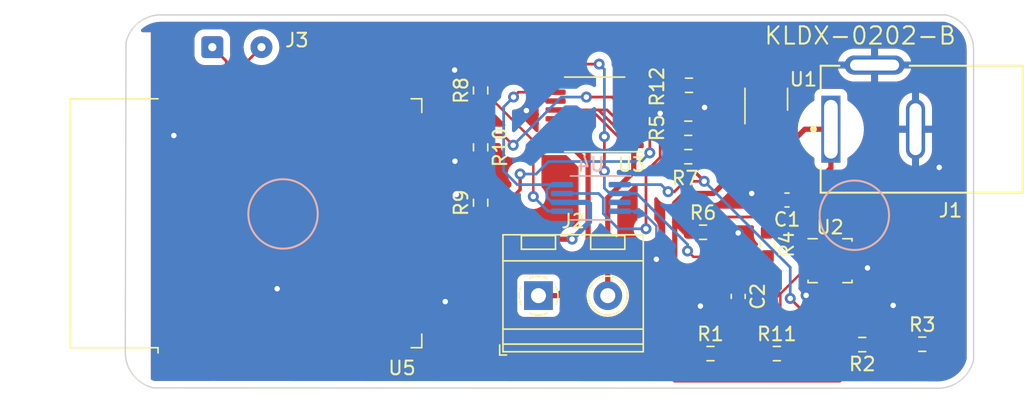
<source format=kicad_pcb>
(kicad_pcb (version 20211014) (generator pcbnew)
  (title_block (title "\"Add On\" Sensor / Communication Board") (date "2022-03-18") (rev "v02") (comment 1 "Team 23") (comment 2 "Motor Health and Analytics") (comment 3 "ECE 2022 Senior Design Project") (comment 4 "Author: Sam DuBois"))
  (layers (0 "F.Cu" signal) (31 "B.Cu" signal) (34 "B.Paste" user) (35 "F.Paste" user) (36 "B.SilkS" user "B.Silkscreen") (37 "F.SilkS" user "F.Silkscreen") (38 "B.Mask" user) (39 "F.Mask" user) (44 "Edge.Cuts" user))
  (net 0 "")
  (net 1 "Net-(C1-Pad1)")
  (net 2 "GND")
  (net 3 "+3V3")
  (net 4 "Net-(J2-Pad1)")
  (net 5 "Net-(J2-Pad2)")
  (net 6 "Net-(J3-Pad1)")
  (net 7 "Net-(J3-Pad2)")
  (net 8 "/SCL")
  (net 9 "/SDA")
  (net 10 "Net-(R3-Pad1)")
  (net 11 "Net-(R5-Pad1)")
  (net 12 "Net-(R8-Pad1)")
  (net 13 "Net-(R9-Pad1)")
  (net 14 "Net-(R10-Pad1)")
  (footprint "Resistor_SMD:R_0603_1608Metric_Pad0.98x0.95mm_HandSolder" (layer "F.Cu") (at 174.9298 110.236)
    (fp_text reference "R3" (at 0 -1.43) (layer "F.SilkS"))
    (fp_text value "10k")
    (fp_line (start -0.254724 0.5225) (end 0.254724 0.5225) (layer "F.SilkS") (width 0.12))
    (fp_line (start -0.254724 -0.5225) (end 0.254724 -0.5225) (layer "F.SilkS") (width 0.12))
    (pad "1" smd roundrect (at -0.9125 0) (size 0.975 0.95) (layers "F.Cu" "F.Paste" "F.Mask") (net 10 "Net-(R3-Pad1)"))
    (pad "2" smd roundrect (at 0.9125 0) (size 0.975 0.95) (layers "F.Cu" "F.Paste" "F.Mask") (net 2 "GND"))
  )
  (footprint "Resistor_SMD:R_0603_1608Metric_Pad0.98x0.95mm_HandSolder" (layer "F.Cu") (at 157.8375 91.2622 180)
    (fp_text reference "R12" (at 2.3387 -0.1016 270) (layer "F.SilkS"))
    (fp_text value "10k")
    (fp_line (start -0.254724 -0.5225) (end 0.254724 -0.5225) (layer "F.SilkS") (width 0.12))
    (fp_line (start -0.254724 0.5225) (end 0.254724 0.5225) (layer "F.SilkS") (width 0.12))
    (pad "1" smd roundrect (at -0.9125 0 180) (size 0.975 0.95) (layers "F.Cu" "F.Paste" "F.Mask") (net 3 "+3V3"))
    (pad "2" smd roundrect (at 0.9125 0 180) (size 0.975 0.95) (layers "F.Cu" "F.Paste" "F.Mask") (net 9 "/SDA"))
  )
  (footprint "TerminalBlock_RND:TerminalBlock_RND_205-00232_1x02_P5.08mm_Horizontal" (layer "F.Cu") (at 146.807 106.6772)
    (fp_text reference "J2" (at 2.54 -5.46) (layer "F.SilkS"))
    (fp_text value "Screw_Terminal_01x02")
    (fp_line (start -1.25 -4.4) (end 1.25 -4.4) (layer "F.SilkS") (width 0.12))
    (fp_line (start -2.6 2.45) (end 7.68 2.45) (layer "F.SilkS") (width 0.12))
    (fp_line (start 3.83 -4.4) (end 6.33 -4.4) (layer "F.SilkS") (width 0.12))
    (fp_line (start -2.6 -4.46) (end -2.6 4.11) (layer "F.SilkS") (width 0.12))
    (fp_line (start -1.25 -3.4) (end 1.25 -3.4) (layer "F.SilkS") (width 0.12))
    (fp_line (start 1.25 -4.4) (end 1.25 -3.4) (layer "F.SilkS") (width 0.12))
    (fp_line (start -2.6 -2.55) (end 7.68 -2.55) (layer "F.SilkS") (width 0.12))
    (fp_line (start -2.84 4.35) (end -2.34 4.35) (layer "F.SilkS") (width 0.12))
    (fp_line (start 4.21 1.045) (end 4.17 1.085) (layer "F.SilkS") (width 0.12))
    (fp_line (start -1.25 -4.4) (end -1.25 -3.4) (layer "F.SilkS") (width 0.12))
    (fp_line (start 5.991 -1.085) (end 5.951 -1.045) (layer "F.SilkS") (width 0.12))
    (fp_line (start -2.6 -4.46) (end 7.68 -4.46) (layer "F.SilkS") (width 0.12))
    (fp_line (start 7.68 -4.46) (end 7.68 4.11) (layer "F.SilkS") (width 0.12))
    (fp_line (start -2.6 3.55) (end 7.68 3.55) (layer "F.SilkS") (width 0.12))
    (fp_line (start 6.33 -4.4) (end 6.33 -3.4) (layer "F.SilkS") (width 0.12))
    (fp_line (start 4.056 0.85) (end 3.996 0.91) (layer "F.SilkS") (width 0.12))
    (fp_line (start -2.6 4.11) (end 7.68 4.11) (layer "F.SilkS") (width 0.12))
    (fp_line (start -2.84 3.61) (end -2.84 4.35) (layer "F.SilkS") (width 0.12))
    (fp_line (start 3.83 -4.4) (end 3.83 -3.4) (layer "F.SilkS") (width 0.12))
    (fp_line (start 3.83 -3.4) (end 6.33 -3.4) (layer "F.SilkS") (width 0.12))
    (fp_line (start 6.165 -0.91) (end 6.105 -0.851) (layer "F.SilkS") (width 0.12))
    (fp_arc (start 1.285823 -0.627362) (mid 1.430707 -0.000201) (end 1.286 0.627) (layer "F.SilkS") (width 0.12))
    (fp_arc (start 0.02428 1.43094) (mid -0.310437 1.397071) (end -0.628 1.286) (layer "F.SilkS") (width 0.12))
    (fp_arc (start -1.286611 0.626746) (mid -1.431146 -0.000698) (end -1.286 -0.628) (layer "F.SilkS") (width 0.12))
    (fp_arc (start -0.627362 -1.285823) (mid -0.000201 -1.430707) (end 0.627 -1.286) (layer "F.SilkS") (width 0.12))
    (fp_arc (start 0.626871 1.285275) (mid 0.32168 1.393349) (end 0 1.43) (layer "F.SilkS") (width 0.12))
    (fp_circle (center 5.08 0) (end 6.51 0) (layer "F.SilkS") (width 0.12) (fill none))
    (pad "1" thru_hole rect (at 0 0) (size 2.1 2.1) (drill 1.1) (layers *.Cu *.Mask) (net 4 "Net-(J2-Pad1)"))
    (pad "2" thru_hole circle (at 5.08 0) (size 2.1 2.1) (drill 1.1) (layers *.Cu *.Mask) (net 5 "Net-(J2-Pad2)"))
  )
  (footprint "Resistor_SMD:R_0603_1608Metric_Pad0.98x0.95mm_HandSolder" (layer "F.Cu") (at 158.8664 102.0318)
    (fp_text reference "R6" (at 0 -1.43) (layer "F.SilkS"))
    (fp_text value "10k")
    (fp_line (start -0.254724 0.5225) (end 0.254724 0.5225) (layer "F.SilkS") (width 0.12))
    (fp_line (start -0.254724 -0.5225) (end 0.254724 -0.5225) (layer "F.SilkS") (width 0.12))
    (pad "1" smd roundrect (at -0.9125 0) (size 0.975 0.95) (layers "F.Cu" "F.Paste" "F.Mask") (net 3 "+3V3"))
    (pad "2" smd roundrect (at 0.9125 0) (size 0.975 0.95) (layers "F.Cu" "F.Paste" "F.Mask") (net 2 "GND"))
  )
  (footprint "eec:Kycon-KLDX-0202-B-MFG" (layer "F.Cu") (at 174.8863 94.482 180)
    (fp_text reference "J1" (at -3.0661 -5.9496) (layer "F.SilkS") (effects (justify right)))
    (fp_text value "KLDX-0202-B" (at 4.5031 6.852) (layer "F.SilkS") (effects (font (size 1.27 1.27))))
    (fp_line (start -7.4 -4.65) (end 7.4 -4.65) (layer "F.SilkS") (width 0.15))
    (fp_line (start -7.4 4.65) (end -7.4 -4.65) (layer "F.SilkS") (width 0.15))
    (fp_line (start 7.4 -2.824999) (end 7.4 -4.65) (layer "F.SilkS") (width 0.15))
    (fp_line (start 7.4 4.65) (end 7.4 2.824999) (layer "F.SilkS") (width 0.15))
    (fp_line (start 6.025 4.65) (end 7.4 4.65) (layer "F.SilkS") (width 0.15))
    (fp_line (start -7.4 4.65) (end 0.875 4.65) (layer "F.SilkS") (width 0.15))
    (fp_circle (center 7.925 0) (end 8.05 0) (layer "F.SilkS") (width 0.25) (fill none))
    (pad "1" thru_hole rect locked (at 6.65 0 180) (size 1.4 4.899999) (drill oval 0.998 4.3) (layers *.Cu) (net 1 "Net-(C1-Pad1)"))
    (pad "2" thru_hole roundrect locked (at 0.45 0 180) (size 1.4 4.4) (drill oval 0.888 3.8) (layers *.Cu) (roundrect_rratio 0.5) (net 2 "GND"))
    (pad "3" thru_hole roundrect locked (at 3.45 4.7 180) (size 4.4 1.4) (drill oval 3.594 0.8) (layers *.Cu) (roundrect_rratio 0.5) (net 2 "GND"))
  )
  (footprint "RF_Module:ESP32-WROOM-32" (layer "F.Cu") (at 128.3786 101.3714 90)
    (fp_text reference "U5" (at -10.61 8.43) (layer "F.SilkS"))
    (fp_text value "ESP32-WROOM-32")
    (fp_line (start -9.12 9.1) (end -9.12 9.88) (layer "F.SilkS") (width 0.12))
    (fp_line (start -9.12 -15.865) (end 9.12 -15.865) (layer "F.SilkS") (width 0.12))
    (fp_line (start 9.12 9.88) (end 8.12 9.88) (layer "F.SilkS") (width 0.12))
    (fp_line (start -9.12 9.88) (end -8.12 9.88) (layer "F.SilkS") (width 0.12))
    (fp_line (start 9.12 9.1) (end 9.12 9.88) (layer "F.SilkS") (width 0.12))
    (fp_line (start -9.12 -9.445) (end -9.5 -9.445) (layer "F.SilkS") (width 0.12))
    (fp_line (start -9.12 -15.865) (end -9.12 -9.445) (layer "F.SilkS") (width 0.12))
    (fp_line (start 9.12 -15.865) (end 9.12 -9.445) (layer "F.SilkS") (width 0.12))
    (pad "1" smd rect (at -8.5 -8.255 90) (size 2 0.9) (layers "F.Cu" "F.Paste" "F.Mask") (net 2 "GND"))
    (pad "2" smd rect (at -8.5 -6.985 90) (size 2 0.9) (layers "F.Cu" "F.Paste" "F.Mask") (net 3 "+3V3"))
    (pad "3" smd rect (at -8.5 -5.715 90) (size 2 0.9) (layers "F.Cu" "F.Paste" "F.Mask") (net 3 "+3V3"))
    (pad "4" smd rect (at -8.5 -4.445 90) (size 2 0.9) (layers "F.Cu" "F.Paste" "F.Mask"))
    (pad "5" smd rect (at -8.5 -3.175 90) (size 2 0.9) (layers "F.Cu" "F.Paste" "F.Mask"))
    (pad "6" smd rect (at -8.5 -1.905 90) (size 2 0.9) (layers "F.Cu" "F.Paste" "F.Mask"))
    (pad "7" smd rect (at -8.5 -0.635 90) (size 2 0.9) (layers "F.Cu" "F.Paste" "F.Mask"))
    (pad "8" smd rect (at -8.5 0.635 90) (size 2 0.9) (layers "F.Cu" "F.Paste" "F.Mask"))
    (pad "9" smd rect (at -8.5 1.905 90) (size 2 0.9) (layers "F.Cu" "F.Paste" "F.Mask"))
    (pad "10" smd rect (at -8.5 3.175 90) (size 2 0.9) (layers "F.Cu" "F.Paste" "F.Mask"))
    (pad "11" smd rect (at -8.5 4.445 90) (size 2 0.9) (layers "F.Cu" "F.Paste" "F.Mask"))
    (pad "12" smd rect (at -8.5 5.715 90) (size 2 0.9) (layers "F.Cu" "F.Paste" "F.Mask"))
    (pad "13" smd rect (at -8.5 6.985 90) (size 2 0.9) (layers "F.Cu" "F.Paste" "F.Mask"))
    (pad "14" smd rect (at -8.5 8.255 90) (size 2 0.9) (layers "F.Cu" "F.Paste" "F.Mask"))
    (pad "15" smd rect (at -5.715 9.255 180) (size 2 0.9) (layers "F.Cu" "F.Paste" "F.Mask") (net 2 "GND"))
    (pad "16" smd rect (at -4.445 9.255 180) (size 2 0.9) (layers "F.Cu" "F.Paste" "F.Mask"))
    (pad "17" smd rect (at -3.175 9.255 180) (size 2 0.9) (layers "F.Cu" "F.Paste" "F.Mask"))
    (pad "18" smd rect (at -1.905 9.255 180) (size 2 0.9) (layers "F.Cu" "F.Paste" "F.Mask"))
    (pad "19" smd rect (at -0.635 9.255 180) (size 2 0.9) (layers "F.Cu" "F.Paste" "F.Mask"))
    (pad "20" smd rect (at 0.635 9.255 180) (size 2 0.9) (layers "F.Cu" "F.Paste" "F.Mask"))
    (pad "21" smd rect (at 1.905 9.255 180) (size 2 0.9) (layers "F.Cu" "F.Paste" "F.Mask"))
    (pad "22" smd rect (at 3.175 9.255 180) (size 2 0.9) (layers "F.Cu" "F.Paste" "F.Mask"))
    (pad "23" smd rect (at 4.445 9.255 180) (size 2 0.9) (layers "F.Cu" "F.Paste" "F.Mask"))
    (pad "24" smd rect (at 5.715 9.255 180) (size 2 0.9) (layers "F.Cu" "F.Paste" "F.Mask"))
    (pad "25" smd rect (at 8.5 8.255 90) (size 2 0.9) (layers "F.Cu" "F.Paste" "F.Mask"))
    (pad "26" smd rect (at 8.5 6.985 90) (size 2 0.9) (layers "F.Cu" "F.Paste" "F.Mask"))
    (pad "27" smd rect (at 8.5 5.715 90) (size 2 0.9) (layers "F.Cu" "F.Paste" "F.Mask"))
    (pad "28" smd rect (at 8.5 4.445 90) (size 2 0.9) (layers "F.Cu" "F.Paste" "F.Mask"))
    (pad "29" smd rect (at 8.5 3.175 90) (size 2 0.9) (layers "F.Cu" "F.Paste" "F.Mask"))
    (pad "30" smd rect (at 8.5 1.905 90) (size 2 0.9) (layers "F.Cu" "F.Paste" "F.Mask"))
    (pad "31" smd rect (at 8.5 0.635 90) (size 2 0.9) (layers "F.Cu" "F.Paste" "F.Mask"))
    (pad "32" smd rect (at 8.5 -0.635 90) (size 2 0.9) (layers "F.Cu" "F.Paste" "F.Mask"))
    (pad "33" smd rect (at 8.5 -1.905 90) (size 2 0.9) (layers "F.Cu" "F.Paste" "F.Mask") (net 9 "/SDA"))
    (pad "34" smd rect (at 8.5 -3.175 90) (size 2 0.9) (layers "F.Cu" "F.Paste" "F.Mask") (net 7 "Net-(J3-Pad2)"))
    (pad "35" smd rect (at 8.5 -4.445 90) (size 2 0.9) (layers "F.Cu" "F.Paste" "F.Mask") (net 6 "Net-(J3-Pad1)"))
    (pad "36" smd rect (at 8.5 -5.715 90) (size 2 0.9) (layers "F.Cu" "F.Paste" "F.Mask") (net 8 "/SCL"))
    (pad "37" smd rect (at 8.5 -6.985 90) (size 2 0.9) (layers "F.Cu" "F.Paste" "F.Mask"))
    (pad "38" smd rect (at 8.5 -8.255 90) (size 2 0.9) (layers "F.Cu" "F.Paste" "F.Mask") (net 2 "GND"))
    (pad "39" smd rect (at -1 -0.755 90) (size 5 5) (layers "F.Cu" "F.Paste" "F.Mask") (net 2 "GND"))
    (zone (net 0) (net_name "") (layers *.Cu) (connect_pads (clearance 0)) (min_thickness 0.254)
      (keepout (tracks not_allowed) (vias not_allowed) (pads not_allowed) (copperpour not_allowed) (footprints not_allowed))
      (fill (thermal_gap 0.508) (thermal_bridge_width 0.508))
      (polygon (pts (xy 118.4086 115.3714) (xy 118.4086 87.3714) (xy 107.6286 87.3714) (xy 107.6286 115.3714)))
    )
  )
  (footprint "Package_SO:TSSOP-16_4.4x5mm_P0.65mm" (layer "F.Cu") (at 150.9268 93.3958 180)
    (fp_text reference "U3" (at -2.6924 -3.683) (layer "F.SilkS"))
    (fp_text value "INA260")
    (fp_line (start 0 2.735) (end -2.2 2.735) (layer "F.SilkS") (width 0.12))
    (fp_line (start 0 -2.735) (end 2.2 -2.735) (layer "F.SilkS") (width 0.12))
    (fp_line (start 0 2.735) (end 2.2 2.735) (layer "F.SilkS") (width 0.12))
    (fp_line (start 0 -2.735) (end -3.6 -2.735) (layer "F.SilkS") (width 0.12))
    (pad "1" smd roundrect (at -2.8625 -2.275 180) (size 1.475 0.4) (layers "F.Cu" "F.Paste" "F.Mask") (net 5 "Net-(J2-Pad2)"))
    (pad "2" smd roundrect (at -2.8625 -1.625 180) (size 1.475 0.4) (layers "F.Cu" "F.Paste" "F.Mask") (net 5 "Net-(J2-Pad2)"))
    (pad "3" smd roundrect (at -2.8625 -0.975 180) (size 1.475 0.4) (layers "F.Cu" "F.Paste" "F.Mask") (net 5 "Net-(J2-Pad2)"))
    (pad "4" smd roundrect (at -2.8625 -0.325 180) (size 1.475 0.4) (layers "F.Cu" "F.Paste" "F.Mask") (net 13 "Net-(R9-Pad1)"))
    (pad "5" smd roundrect (at -2.8625 0.325 180) (size 1.475 0.4) (layers "F.Cu" "F.Paste" "F.Mask") (net 14 "Net-(R10-Pad1)"))
    (pad "6" smd roundrect (at -2.8625 0.975 180) (size 1.475 0.4) (layers "F.Cu" "F.Paste" "F.Mask") (net 2 "GND"))
    (pad "7" smd roundrect (at -2.8625 1.625 180) (size 1.475 0.4) (layers "F.Cu" "F.Paste" "F.Mask"))
    (pad "8" smd roundrect (at -2.8625 2.275 180) (size 1.475 0.4) (layers "F.Cu" "F.Paste" "F.Mask") (net 9 "/SDA"))
    (pad "9" smd roundrect (at 2.8625 2.275 180) (size 1.475 0.4) (layers "F.Cu" "F.Paste" "F.Mask") (net 8 "/SCL"))
    (pad "10" smd roundrect (at 2.8625 1.625 180) (size 1.475 0.4) (layers "F.Cu" "F.Paste" "F.Mask") (net 3 "+3V3"))
    (pad "11" smd roundrect (at 2.8625 0.975 180) (size 1.475 0.4) (layers "F.Cu" "F.Paste" "F.Mask") (net 2 "GND"))
    (pad "12" smd roundrect (at 2.8625 0.325 180) (size 1.475 0.4) (layers "F.Cu" "F.Paste" "F.Mask") (net 5 "Net-(J2-Pad2)"))
    (pad "13" smd roundrect (at 2.8625 -0.325 180) (size 1.475 0.4) (layers "F.Cu" "F.Paste" "F.Mask"))
    (pad "14" smd roundrect (at 2.8625 -0.975 180) (size 1.475 0.4) (layers "F.Cu" "F.Paste" "F.Mask") (net 4 "Net-(J2-Pad1)"))
    (pad "15" smd roundrect (at 2.8625 -1.625 180) (size 1.475 0.4) (layers "F.Cu" "F.Paste" "F.Mask") (net 4 "Net-(J2-Pad1)"))
    (pad "16" smd roundrect (at 2.8625 -2.275 180) (size 1.475 0.4) (layers "F.Cu" "F.Paste" "F.Mask") (net 4 "Net-(J2-Pad1)"))
  )
  (footprint "Package_TO_SOT_SMD:SOT-23-5" (layer "F.Cu") (at 163.4998 92.2782 90)
    (fp_text reference "U1" (at 1.4478 2.7178 180) (layer "F.SilkS"))
    (fp_text value "TLV70033_SOT23-5")
    (fp_line (start 0 -1.56) (end 0.8 -1.56) (layer "F.SilkS") (width 0.12))
    (fp_line (start 0 -1.56) (end -1.8 -1.56) (layer "F.SilkS") (width 0.12))
    (fp_line (start 0 1.56) (end 0.8 1.56) (layer "F.SilkS") (width 0.12))
    (fp_line (start 0 1.56) (end -0.8 1.56) (layer "F.SilkS") (width 0.12))
    (pad "1" smd roundrect (at -1.1375 -0.95 90) (size 1.325 0.6) (layers "F.Cu" "F.Paste" "F.Mask") (net 1 "Net-(C1-Pad1)"))
    (pad "2" smd roundrect (at -1.1375 0 90) (size 1.325 0.6) (layers "F.Cu" "F.Paste" "F.Mask") (net 2 "GND"))
    (pad "3" smd roundrect (at -1.1375 0.95 90) (size 1.325 0.6) (layers "F.Cu" "F.Paste" "F.Mask") (net 1 "Net-(C1-Pad1)"))
    (pad "4" smd roundrect (at 1.1375 0.95 90) (size 1.325 0.6) (layers "F.Cu" "F.Paste" "F.Mask"))
    (pad "5" smd roundrect (at 1.1375 -0.95 90) (size 1.325 0.6) (layers "F.Cu" "F.Paste" "F.Mask") (net 3 "+3V3"))
  )
  (footprint "Resistor_SMD:R_0603_1608Metric_Pad0.98x0.95mm_HandSolder" (layer "F.Cu") (at 170.5337 110.2614 180)
    (fp_text reference "R2" (at 0 -1.43 180) (layer "F.SilkS"))
    (fp_text value "10k")
    (fp_line (start -0.254724 -0.5225) (end 0.254724 -0.5225) (layer "F.SilkS") (width 0.12))
    (fp_line (start -0.254724 0.5225) (end 0.254724 0.5225) (layer "F.SilkS") (width 0.12))
    (pad "1" smd roundrect (at -0.9125 0 180) (size 0.975 0.95) (layers "F.Cu" "F.Paste" "F.Mask") (net 3 "+3V3"))
    (pad "2" smd roundrect (at 0.9125 0 180) (size 0.975 0.95) (layers "F.Cu" "F.Paste" "F.Mask") (net 9 "/SDA"))
  )
  (footprint "Resistor_SMD:R_0603_1608Metric_Pad0.98x0.95mm_HandSolder" (layer "F.Cu") (at 157.7848 94.4118)
    (fp_text reference "R5" (at -2.286 -0.0254 90) (layer "F.SilkS"))
    (fp_text value "10k")
    (fp_line (start -0.254724 0.5225) (end 0.254724 0.5225) (layer "F.SilkS") (width 0.12))
    (fp_line (start -0.254724 -0.5225) (end 0.254724 -0.5225) (layer "F.SilkS") (width 0.12))
    (pad "1" smd roundrect (at -0.9125 0) (size 0.975 0.95) (layers "F.Cu" "F.Paste" "F.Mask") (net 11 "Net-(R5-Pad1)"))
    (pad "2" smd roundrect (at 0.9125 0) (size 0.975 0.95) (layers "F.Cu" "F.Paste" "F.Mask") (net 2 "GND"))
  )
  (footprint "Connector_Wire:SolderWire-0.1sqmm_1x02_P3.6mm_D0.4mm_OD1mm" (layer "F.Cu") (at 122.9106 88.4682)
    (fp_text reference "J3" (at 6.1976 -0.508) (layer "F.SilkS"))
    (fp_text value "Conn_01x02")
    (pad "1" thru_hole roundrect (at 0 0) (size 1.6 1.6) (drill 0.6) (layers *.Cu *.Mask) (roundrect_rratio 0.15625) (net 6 "Net-(J3-Pad1)"))
    (pad "2" thru_hole circle (at 3.6 0) (size 1.6 1.6) (drill 0.6) (layers *.Cu *.Mask) (net 7 "Net-(J3-Pad2)"))
  )
  (footprint "Resistor_SMD:R_0603_1608Metric_Pad0.98x0.95mm_HandSolder" (layer "F.Cu") (at 163.578 102.9208 -90)
    (fp_text reference "R4" (at 0 -1.43 -90) (layer "F.SilkS"))
    (fp_text value "10k")
    (fp_line (start -0.254724 0.5225) (end 0.254724 0.5225) (layer "F.SilkS") (width 0.12))
    (fp_line (start -0.254724 -0.5225) (end 0.254724 -0.5225) (layer "F.SilkS") (width 0.12))
    (pad "1" smd roundrect (at -0.9125 0 270) (size 0.975 0.95) (layers "F.Cu" "F.Paste" "F.Mask") (net 3 "+3V3"))
    (pad "2" smd roundrect (at 0.9125 0 270) (size 0.975 0.95) (layers "F.Cu" "F.Paste" "F.Mask") (net 8 "/SCL"))
  )
  (footprint "Capacitor_SMD:C_0603_1608Metric_Pad1.08x0.95mm_HandSolder" (layer "F.Cu") (at 165.0238 99.6696 180)
    (fp_text reference "C1" (at 0 -1.43) (layer "F.SilkS"))
    (fp_text value "10uF")
    (fp_line (start -0.146267 -0.51) (end 0.146267 -0.51) (layer "F.SilkS") (width 0.12))
    (fp_line (start -0.146267 0.51) (end 0.146267 0.51) (layer "F.SilkS") (width 0.12))
    (pad "1" smd roundrect (at -0.8625 0 180) (size 1.075 0.95) (layers "F.Cu" "F.Paste" "F.Mask") (net 1 "Net-(C1-Pad1)"))
    (pad "2" smd roundrect (at 0.8625 0 180) (size 1.075 0.95) (layers "F.Cu" "F.Paste" "F.Mask") (net 2 "GND"))
  )
  (footprint "Resistor_SMD:R_0603_1608Metric_Pad0.98x0.95mm_HandSolder" (layer "F.Cu") (at 142.5702 99.8709 90)
    (fp_text reference "R9" (at 0 -1.43 90) (layer "F.SilkS"))
    (fp_text value "10k")
    (fp_line (start -0.254724 0.5225) (end 0.254724 0.5225) (layer "F.SilkS") (width 0.12))
    (fp_line (start -0.254724 -0.5225) (end 0.254724 -0.5225) (layer "F.SilkS") (width 0.12))
    (pad "1" smd roundrect (at -0.9125 0 90) (size 0.975 0.95) (layers "F.Cu" "F.Paste" "F.Mask") (net 13 "Net-(R9-Pad1)"))
    (pad "2" smd roundrect (at 0.9125 0 90) (size 0.975 0.95) (layers "F.Cu" "F.Paste" "F.Mask") (net 2 "GND"))
  )
  (footprint "Resistor_SMD:R_0603_1608Metric_Pad0.98x0.95mm_HandSolder" (layer "F.Cu") (at 157.7848 96.4946 180)
    (fp_text reference "R7" (at 0.2286 -1.5748 180) (layer "F.SilkS"))
    (fp_text value "10k")
    (fp_line (start -0.254724 -0.5225) (end 0.254724 -0.5225) (layer "F.SilkS") (width 0.12))
    (fp_line (start -0.254724 0.5225) (end 0.254724 0.5225) (layer "F.SilkS") (width 0.12))
    (pad "1" smd roundrect (at -0.9125 0 180) (size 0.975 0.95) (layers "F.Cu" "F.Paste" "F.Mask") (net 3 "+3V3"))
    (pad "2" smd roundrect (at 0.9125 0 180) (size 0.975 0.95) (layers "F.Cu" "F.Paste" "F.Mask") (net 9 "/SDA"))
  )
  (footprint "Resistor_SMD:R_0603_1608Metric_Pad0.98x0.95mm_HandSolder" (layer "F.Cu") (at 164.2744 110.9218)
    (fp_text reference "R11" (at 0 -1.43) (layer "F.SilkS"))
    (fp_text value "10k")
    (fp_line (start -0.254724 -0.5225) (end 0.254724 -0.5225) (layer "F.SilkS") (width 0.12))
    (fp_line (start -0.254724 0.5225) (end 0.254724 0.5225) (layer "F.SilkS") (width 0.12))
    (pad "1" smd roundrect (at -0.9125 0) (size 0.975 0.95) (layers "F.Cu" "F.Paste" "F.Mask") (net 3 "+3V3"))
    (pad "2" smd roundrect (at 0.9125 0) (size 0.975 0.95) (layers "F.Cu" "F.Paste" "F.Mask") (net 8 "/SCL"))
  )
  (footprint "Resistor_SMD:R_0603_1608Metric_Pad0.98x0.95mm_HandSolder" (layer "F.Cu") (at 142.5702 91.6432 90)
    (fp_text reference "R8" (at 0 -1.43 90) (layer "F.SilkS"))
    (fp_text value "10k")
    (fp_line (start -0.254724 0.5225) (end 0.254724 0.5225) (layer "F.SilkS") (width 0.12))
    (fp_line (start -0.254724 -0.5225) (end 0.254724 -0.5225) (layer "F.SilkS") (width 0.12))
    (pad "1" smd roundrect (at -0.9125 0 90) (size 0.975 0.95) (layers "F.Cu" "F.Paste" "F.Mask") (net 12 "Net-(R8-Pad1)"))
    (pad "2" smd roundrect (at 0.9125 0 90) (size 0.975 0.95) (layers "F.Cu" "F.Paste" "F.Mask") (net 2 "GND"))
  )
  (footprint "Resistor_SMD:R_0603_1608Metric_Pad0.98x0.95mm_HandSolder" (layer "F.Cu") (at 142.5702 95.8088 -90)
    (fp_text reference "R10" (at 0 -1.43 -90) (layer "F.SilkS"))
    (fp_text value "10k")
    (fp_line (start -0.254724 -0.5225) (end 0.254724 -0.5225) (layer "F.SilkS") (width 0.12))
    (fp_line (start -0.254724 0.5225) (end 0.254724 0.5225) (layer "F.SilkS") (width 0.12))
    (pad "1" smd roundrect (at -0.9125 0 270) (size 0.975 0.95) (layers "F.Cu" "F.Paste" "F.Mask") (net 14 "Net-(R10-Pad1)"))
    (pad "2" smd roundrect (at 0.9125 0 270) (size 0.975 0.95) (layers "F.Cu" "F.Paste" "F.Mask") (net 2 "GND"))
  )
  (footprint "Package_LGA:LGA-16_3x3mm_P0.5mm_LayoutBorder3x5y" (layer "F.Cu") (at 168.1734 104.1146)
    (fp_text reference "U2" (at 0 -2.45) (layer "F.SilkS"))
    (fp_text value "LIS3DH")
    (fp_line (start -0.935 1.61) (end -1.61 1.61) (layer "F.SilkS") (width 0.12))
    (fp_line (start 1.61 -1.61) (end 1.61 -1.435) (layer "F.SilkS") (width 0.12))
    (fp_line (start 0.935 -1.61) (end 1.61 -1.61) (layer "F.SilkS") (width 0.12))
    (fp_line (start 1.61 1.61) (end 1.61 1.435) (layer "F.SilkS") (width 0.12))
    (fp_line (start 0.935 1.61) (end 1.61 1.61) (layer "F.SilkS") (width 0.12))
    (fp_line (start -0.935 -1.61) (end -1.61 -1.61) (layer "F.SilkS") (width 0.12))
    (fp_line (start -1.61 1.61) (end -1.61 1.435) (layer "F.SilkS") (width 0.12))
    (pad "1" smd roundrect (at -1.224991 -0.999998) (size 0.55 0.25) (layers "F.Cu" "F.Paste" "F.Mask") (net 3 "+3V3"))
    (pad "2" smd roundrect (at -1.224991 -0.499999) (size 0.55 0.25) (layers "F.Cu" "F.Paste" "F.Mask"))
    (pad "3" smd roundrect (at -1.224991 0) (size 0.55 0.25) (layers "F.Cu" "F.Paste" "F.Mask"))
    (pad "4" smd roundrect (at -1.224991 0.499999) (size 0.55 0.25) (layers "F.Cu" "F.Paste" "F.Mask") (net 8 "/SCL"))
    (pad "5" smd roundrect (at -1.224991 0.999998) (size 0.55 0.25) (layers "F.Cu" "F.Paste" "F.Mask") (net 2 "GND"))
    (pad "6" smd roundrect (at -0.499999 1.224991) (size 0.25 0.55) (layers "F.Cu" "F.Paste" "F.Mask") (net 9 "/SDA"))
    (pad "7" smd roundrect (at 0 1.224991) (size 0.25 0.55) (layers "F.Cu" "F.Paste" "F.Mask") (net 10 "Net-(R3-Pad1)"))
    (pad "8" smd roundrect (at 0.499999 1.224991) (size 0.25 0.55) (layers "F.Cu" "F.Paste" "F.Mask") (net 3 "+3V3"))
    (pad "9" smd roundrect (at 1.224991 0.999998) (size 0.55 0.25) (layers "F.Cu" "F.Paste" "F.Mask"))
    (pad "10" smd roundrect (at 1.224991 0.499999) (size 0.55 0.25) (layers "F.Cu" "F.Paste" "F.Mask") (net 2 "GND"))
    (pad "11" smd roundrect (at 1.224991 0) (size 0.55 0.25) (layers "F.Cu" "F.Paste" "F.Mask"))
    (pad "12" smd roundrect (at 1.224991 -0.499999) (size 0.55 0.25) (layers "F.Cu" "F.Paste" "F.Mask") (net 2 "GND"))
    (pad "13" smd roundrect (at 1.224991 -0.999998) (size 0.55 0.25) (layers "F.Cu" "F.Paste" "F.Mask"))
    (pad "14" smd roundrect (at 0.499999 -1.224991) (size 0.25 0.55) (layers "F.Cu" "F.Paste" "F.Mask") (net 3 "+3V3"))
    (pad "15" smd roundrect (at 0 -1.224991) (size 0.25 0.55) (layers "F.Cu" "F.Paste" "F.Mask"))
    (pad "16" smd roundrect (at -0.499999 -1.224991) (size 0.25 0.55) (layers "F.Cu" "F.Paste" "F.Mask"))
  )
  (footprint "Resistor_SMD:R_0603_1608Metric_Pad0.98x0.95mm_HandSolder" (layer "F.Cu") (at 159.4124 110.9218)
    (fp_text reference "R1" (at 0 -1.43) (layer "F.SilkS"))
    (fp_text value "10k")
    (fp_line (start -0.254724 -0.5225) (end 0.254724 -0.5225) (layer "F.SilkS") (width 0.12))
    (fp_line (start -0.254724 0.5225) (end 0.254724 0.5225) (layer "F.SilkS") (width 0.12))
    (pad "1" smd roundrect (at -0.9125 0) (size 0.975 0.95) (layers "F.Cu" "F.Paste" "F.Mask") (net 3 "+3V3"))
    (pad "2" smd roundrect (at 0.9125 0) (size 0.975 0.95) (layers "F.Cu" "F.Paste" "F.Mask") (net 8 "/SCL"))
  )
  (footprint "Capacitor_SMD:C_0603_1608Metric_Pad1.08x0.95mm_HandSolder" (layer "F.Cu") (at 161.4444 106.7319 -90)
    (fp_text reference "C2" (at 0 -1.43 90) (layer "F.SilkS"))
    (fp_text value "1uF")
    (fp_line (start -0.146267 -0.51) (end 0.146267 -0.51) (layer "F.SilkS") (width 0.12))
    (fp_line (start -0.146267 0.51) (end 0.146267 0.51) (layer "F.SilkS") (width 0.12))
    (pad "1" smd roundrect (at -0.8625 0 270) (size 1.075 0.95) (layers "F.Cu" "F.Paste" "F.Mask") (net 3 "+3V3"))
    (pad "2" smd roundrect (at 0.8625 0 270) (size 1.075 0.95) (layers "F.Cu" "F.Paste" "F.Mask") (net 2 "GND"))
  )
  (footprint "Package_SO:MSOP-8_3x3mm_P0.65mm" (layer "B.Cu") (at 150.6474 99.5172 180)
    (fp_text reference "U4" (at 0 2.45) (layer "B.SilkS") (effects (justify mirror)))
    (fp_text value "MCP9808_MSOP")
    (fp_line (start 0 -1.61) (end -1.5 -1.61) (layer "B.SilkS") (width 0.12))
    (fp_line (start 0 -1.61) (end 1.5 -1.61) (layer "B.SilkS") (width 0.12))
    (fp_line (start 0 1.61) (end -2.925 1.61) (layer "B.SilkS") (width 0.12))
    (fp_line (start 0 1.61) (end 1.5 1.61) (layer "B.SilkS") (width 0.12))
    (pad "1" smd roundrect (at -2.1125 0.975 180) (size 1.625 0.4) (layers "B.Cu" "B.Paste" "B.Mask") (net 9 "/SDA"))
    (pad "2" smd roundrect (at -2.1125 0.325 180) (size 1.625 0.4) (layers "B.Cu" "B.Paste" "B.Mask") (net 8 "/SCL"))
    (pad "3" smd roundrect (at -2.1125 -0.325 180) (size 1.625 0.4) (layers "B.Cu" "B.Paste" "B.Mask"))
    (pad "4" smd roundrect (at -2.1125 -0.975 180) (size 1.625 0.4) (layers "B.Cu" "B.Paste" "B.Mask") (net 2 "GND"))
    (pad "5" smd roundrect (at 2.1125 -0.975 180) (size 1.625 0.4) (layers "B.Cu" "B.Paste" "B.Mask") (net 12 "Net-(R8-Pad1)"))
    (pad "6" smd roundrect (at 2.1125 -0.325 180) (size 1.625 0.4) (layers "B.Cu" "B.Paste" "B.Mask") (net 3 "+3V3"))
    (pad "7" smd roundrect (at 2.1125 0.325 180) (size 1.625 0.4) (layers "B.Cu" "B.Paste" "B.Mask") (net 11 "Net-(R5-Pad1)"))
    (pad "8" smd roundrect (at 2.1125 0.975 180) (size 1.625 0.4) (layers "B.Cu" "B.Paste" "B.Mask") (net 3 "+3V3"))
  )
  (gr_circle (center 169.954573 100.7872) (end 172.494573 100.6602) (layer "B.SilkS") (width 0.15) (fill none))
  (gr_circle (center 128.0922 100.688773) (end 130.6322 100.561773) (layer "B.SilkS") (width 0.15) (fill none))
  (gr_arc (start 118.618 113.435606) (mid 117.092245 112.464603) (end 116.5352 110.744) (layer "Edge.Cuts") (width 0.1))
  (gr_line (start 118.618 113.435606) (end 176.0728 113.4618) (layer "Edge.Cuts") (width 0.1))
  (gr_arc (start 178.689 111.379) (mid 177.744816 112.877514) (end 176.0728 113.4618) (layer "Edge.Cuts") (width 0.1))
  (gr_arc (start 176.657 86.106) (mid 178.118486 87.019611) (end 178.689 88.646) (layer "Edge.Cuts") (width 0.1))
  (gr_line (start 119.126 86.106) (end 176.657 86.106) (layer "Edge.Cuts") (width 0.1))
  (gr_arc (start 116.586 88.138) (mid 117.499606 86.676508) (end 119.126 86.106) (layer "Edge.Cuts") (width 0.1))
  (gr_line (start 116.5352 110.744) (end 116.586 88.138) (layer "Edge.Cuts") (width 0.1))
  (gr_line (start 178.689 111.379) (end 178.689 88.646) (layer "Edge.Cuts") (width 0.1))
  (segment (start 162.5346 93.4309) (end 162.5498 93.4157) (width 0.381) (layer "F.Cu") (net 1))
  (segment (start 164.4498 94.7014) (end 164.4498 93.4157) (width 0.381) (layer "F.Cu") (net 1))
  (segment (start 168.2363 94.482) (end 168.2363 97.3196) (width 0.381) (layer "F.Cu") (net 1))
  (segment (start 168.2363 97.3196) (end 165.8863 99.6696) (width 0.381) (layer "F.Cu") (net 1))
  (segment (start 163.449 95.5294) (end 162.5346 94.615) (width 0.381) (layer "F.Cu") (net 1))
  (segment (start 165.2778 95.5294) (end 163.449 95.5294) (width 0.381) (layer "F.Cu") (net 1))
  (segment (start 166.3252 94.482) (end 165.2778 95.5294) (width 0.381) (layer "F.Cu") (net 1))
  (segment (start 162.5346 94.615) (end 162.5346 93.4309) (width 0.381) (layer "F.Cu") (net 1))
  (segment (start 165.2778 95.5294) (end 164.4498 94.7014) (width 0.381) (layer "F.Cu") (net 1))
  (segment (start 168.2363 94.482) (end 166.3252 94.482) (width 0.381) (layer "F.Cu") (net 1))
  (segment (start 166.9484 105.1146) (end 166.4208 105.6422) (width 0.127) (layer "F.Cu") (net 2))
  (segment (start 169.3984 103.6146) (end 169.8832 103.6146) (width 0.127) (layer "F.Cu") (net 2))
  (segment (start 170.8832 104.6146) (end 170.9166 104.648) (width 0.127) (layer "F.Cu") (net 2))
  (segment (start 169.3984 104.6146) (end 170.8832 104.6146) (width 0.127) (layer "F.Cu") (net 2))
  (segment (start 166.4208 105.6422) (end 166.4208 106.6546) (width 0.127) (layer "F.Cu") (net 2))
  (segment (start 169.8832 103.6146) (end 170.9166 104.648) (width 0.127) (layer "F.Cu") (net 2))
  (segment (start 153.7893 92.4208) (end 154.8286 92.4208) (width 0.127) (layer "F.Cu") (net 2))
  (segment (start 175.641 110.236) (end 172.7962 107.3912) (width 0.1778) (layer "F.Cu") (net 2))
  (segment (start 154.8286 92.4208) (end 155.7274 93.3196) (width 0.127) (layer "F.Cu") (net 2))
  (segment (start 175.8423 110.236) (end 175.641 110.236) (width 0.1778) (layer "F.Cu") (net 2))
  (segment (start 148.0643 92.4208) (end 146.6186 92.4208) (width 0.1778) (layer "F.Cu") (net 2))
  (segment (start 146.6186 92.4208) (end 145.923 93.1164) (width 0.1778) (layer "F.Cu") (net 2))
  (via (at 170.9166 104.648) (size 0.8) (drill 0.4) (layers "F.Cu" "B.Cu") (net 2))
  (via (at 162.433 99.187) (size 0.8) (drill 0.4) (layers "F.Cu" "B.Cu") (net 2))
  (via (at 172.7962 107.3912) (size 0.8) (drill 0.4) (layers "F.Cu" "B.Cu") (net 2))
  (via (at 120.0912 94.9452) (size 0.8) (drill 0.4) (layers "F.Cu" "B.Cu") (net 2))
  (via (at 158.9786 92.8878) (size 0.8) (drill 0.4) (layers "F.Cu" "B.Cu") (net 2))
  (via (at 158.6738 107.442) (size 0.8) (drill 0.4) (layers "F.Cu" "B.Cu") (net 2))
  (via (at 155.7274 93.3196) (size 0.8) (drill 0.4) (layers "F.Cu" "B.Cu") (net 2))
  (via (at 140.7922 99.2632) (size 0.8) (drill 0.4) (layers "F.Cu" "B.Cu") (net 2))
  (via (at 140.6906 96.8248) (size 0.8) (drill 0.4) (layers "F.Cu" "B.Cu") (net 2))
  (via (at 176.1744 97.282) (size 0.8) (drill 0.4) (layers "F.Cu" "B.Cu") (net 2))
  (via (at 161.4424 102.0826) (size 0.8) (drill 0.4) (layers "F.Cu" "B.Cu") (net 2))
  (via (at 155.448 104.013) (size 0.8) (drill 0.4) (layers "F.Cu" "B.Cu") (net 2))
  (via (at 127.6604 106.172) (size 0.8) (drill 0.4) (layers "F.Cu" "B.Cu") (net 2))
  (via (at 145.923 93.1164) (size 0.8) (drill 0.4) (layers "F.Cu" "B.Cu") (net 2))
  (via (at 166.4208 106.6546) (size 0.8) (drill 0.4) (layers "F.Cu" "B.Cu") (net 2))
  (via (at 139.9794 107.1118) (size 0.8) (drill 0.4) (layers "F.Cu" "B.Cu") (net 2))
  (via (at 140.6652 90.1446) (size 0.8) (drill 0.4) (layers "F.Cu" "B.Cu") (net 2))
  (segment (start 154.373961 100.4922) (end 152.7599 100.4922) (width 0.1778) (layer "B.Cu") (net 2))
  (segment (start 155.448 104.013) (end 155.448 101.566239) (width 0.1778) (layer "B.Cu") (net 2))
  (segment (start 155.448 101.566239) (end 154.373961 100.4922) (width 0.1778) (layer "B.Cu") (net 2))
  (segment (start 177.165 109.7534) (end 177.165 110.144563) (width 0.1778) (layer "F.Cu") (net 3))
  (segment (start 155.9306 111.9632) (end 156.8196 112.8522) (width 0.381) (layer "F.Cu") (net 3))
  (segment (start 166.335202 103.114602) (end 165.3794 102.1588) (width 0.1778) (layer "F.Cu") (net 3))
  (segment (start 121.3936 109.8714) (end 122.6636 109.8714) (width 0.381) (layer "F.Cu") (net 3))
  (segment (start 172.474361 106.0958) (end 175.285612 108.907051) (width 0.1778) (layer "F.Cu") (net 3))
  (segment (start 145.3382 91.7708) (end 148.0643 91.7708) (width 0.2) (layer "F.Cu") (net 3))
  (segment (start 164.6721 100.9142) (end 164.8968 100.9142) (width 0.1778) (layer "F.Cu") (net 3))
  (segment (start 169.1132 106.0958) (end 172.474361 106.0958) (width 0.1778) (layer "F.Cu") (net 3))
  (segment (start 175.285612 108.907051) (end 176.318651 108.907051) (width 0.1778) (layer "F.Cu") (net 3))
  (segment (start 156.7942 100.9142) (end 156.7942 99.8982) (width 0.381) (layer "F.Cu") (net 3))
  (segment (start 156.21 111.0996) (end 157.4038 112.2934) (width 0.381) (layer "F.Cu") (net 3))
  (segment (start 157.4038 112.2934) (end 162.4076 112.2934) (width 0.381) (layer "F.Cu") (net 3))
  (segment (start 143.7132 105.3084) (end 146.4818 102.5398) (width 0.381) (layer "F.Cu") (net 3))
  (segment (start 156.7942 101.2952) (end 156.7942 100.9142) (width 0.381) (layer "F.Cu") (net 3))
  (segment (start 155.3464 111.9632) (end 155.9306 111.9632) (width 0.381) (layer "F.Cu") (net 3))
  (segment (start 161.4444 105.8694) (end 158.5744 105.8694) (width 0.2) (layer "F.Cu") (net 3))
  (segment (start 160.2994 91.8464) (end 159.7152 91.2622) (width 0.381) (layer "F.Cu") (net 3))
  (segment (start 160.2994 97.4852) (end 160.2994 92.6846) (width 0.381) (layer "F.Cu") (net 3))
  (segment (start 157.5054 99.187) (end 159.639 99.187) (width 0.381) (layer "F.Cu") (net 3))
  (segment (start 163.3619 111.3391) (end 163.3619 110.9218) (width 0.381) (layer "F.Cu") (net 3))
  (segment (start 163.578 102.0083) (end 164.6721 100.9142) (width 0.1778) (layer "F.Cu") (net 3))
  (segment (start 160.2994 97.4852) (end 159.6879 97.4852) (width 0.381) (layer "F.Cu") (net 3))
  (segment (start 167.020328 100.9142) (end 165.3794 100.9142) (width 0.2) (layer "F.Cu") (net 3))
  (segment (start 158.5744 105.8694) (end 156.7942 104.0892) (width 0.2) (layer "F.Cu") (net 3))
  (segment (start 143.7132 108.8644) (end 143.7132 105.3084) (width 0.381) (layer "F.Cu") (net 3))
  (segment (start 162.4076 112.2934) (end 163.3619 111.3391) (width 0.381) (layer "F.Cu") (net 3))
  (segment (start 155.3464 111.9632) (end 155.829 111.4806) (width 0.381) (layer "F.Cu") (net 3))
  (segment (start 140.3096 112.268) (end 155.0416 112.268) (width 0.381) (layer "F.Cu") (net 3))
  (segment (start 164.8968 100.9142) (end 162.1028 100.9142) (width 0.2) (layer "F.Cu") (net 3))
  (segment (start 156.8196 112.8522) (end 168.8554 112.8522) (width 0.381) (layer "F.Cu") (net 3))
  (segment (start 157.2006 110.9218) (end 158.4999 110.9218) (width 0.381) (layer "F.Cu") (net 3))
  (segment (start 160.2994 98.5266) (end 160.2994 97.4852) (width 0.381) (layer "F.Cu") (net 3))
  (segment (start 175.183163 112.1264) (end 169.5812 112.1264) (width 0.1778) (layer "F.Cu") (net 3))
  (segment (start 162.1028 100.9142) (end 156.7942 100.9142) (width 0.2) (layer "F.Cu") (net 3))
  (segment (start 159.6879 97.4852) (end 158.6973 96.4946) (width 0.381) (layer "F.Cu") (net 3))
  (segment (start 155.0416 112.268) (end 155.3464 111.9632) (width 0.381) (layer "F.Cu") (net 3))
  (segment (start 155.829 111.4806) (end 156.21 111.0996) (width 0.381) (layer "F.Cu") (net 3))
  (segment (start 160.2994 92.6846) (end 160.2994 91.8464) (width 0.381) (layer "F.Cu") (net 3))
  (segment (start 159.639 99.187) (end 160.2994 98.5266) (width 0.381) (layer "F.Cu") (net 3))
  (segment (start 157.5308 102.0318) (end 156.7942 101.2952) (width 0.381) (layer "F.Cu") (net 3))
  (segment (start 161.8433 91.1407) (end 162.5498 91.1407) (width 0.381) (layer "F.Cu") (net 3))
  (segment (start 144.9832 92.1258) (end 145.3382 91.7708) (width 0.2) (layer "F.Cu") (net 3))
  (segment (start 123.3424 112.268) (end 140.3096 112.268) (width 0.381) (layer "F.Cu") (net 3))
  (segment (start 156.21 111.0996) (end 156.7942 110.5154) (width 0.381) (layer "F.Cu") (net 3))
  (segment (start 168.673399 105.655999) (end 169.1132 106.0958) (width 0.1778) (layer "F.Cu") (net 3))
  (segment (start 166.948409 103.114602) (end 166.335202 103.114602) (width 0.1778) (layer "F.Cu") (net 3))
  (segment (start 165.3794 102.1588) (end 165.3794 100.9142) (width 0.1778) (layer "F.Cu") (net 3))
  (segment (start 160.2994 92.6846) (end 161.8433 91.1407) (width 0.381) (layer "F.Cu") (net 3))
  (segment (start 168.673399 105.339591) (end 168.673399 105.655999) (width 0.1778) (layer "F.Cu") (net 3))
  (segment (start 168.6734 102.8896) (end 168.6734 102.567272) (width 0.2) (layer "F.Cu") (net 3))
  (segment (start 122.6636 111.5892) (end 123.3424 112.268) (width 0.381) (layer "F.Cu") (net 3))
  (segment (start 156.7942 104.0892) (end 156.7942 101.2952) (width 0.381) (layer "F.Cu") (net 3))
  (segment (start 176.318651 108.907051) (end 177.165 109.7534) (width 0.1778) (layer "F.Cu") (net 3))
  (segment (start 168.8554 112.8522) (end 169.5812 112.1264) (width 0.381) (layer "F.Cu") (net 3))
  (segment (start 122.6636 109.8714) (end 122.6636 111.5892) (width 0.381) (layer "F.Cu") (net 3))
  (segment (start 159.7152 91.2622) (end 158.75 91.2622) (width 0.381) (layer "F.Cu") (net 3))
  (segment (start 177.165 110.144563) (end 175.183163 112.1264) (width 0.1778) (layer "F.Cu") (net 3))
  (segment (start 156.7942 99.8982) (end 157.5054 99.187) (width 0.381) (layer "F.Cu") (net 3))
  (segment (start 156.7942 110.5154) (end 156.7942 104.0892) (width 0.381) (layer "F.Cu") (net 3))
  (segment (start 157.9539 102.0318) (end 157.5308 102.0318) (width 0.381) (layer "F.Cu") (net 3))
  (segment (start 140.3096 112.268) (end 143.7132 108.8644) (width 0.381) (layer "F.Cu") (net 3))
  (segment (start 169.5812 112.1264) (end 171.4462 110.2614) (width 0.381) (layer "F.Cu") (net 3))
  (segment (start 165.3794 100.9142) (end 164.8968 100.9142) (width 0.2) (layer "F.Cu") (net 3))
  (segment (start 168.6734 102.567272) (end 167.020328 100.9142) (width 0.2) (layer "F.Cu") (net 3))
  (segment (start 156.7942 110.5154) (end 157.2006 110.9218) (width 0.381) (layer "F.Cu") (net 3))
  (segment (start 146.4818 102.5398) (end 149.2758 102.5398) (width 0.381) (layer "F.Cu") (net 3))
  (via (at 149.2758 102.5398) (size 0.8) (drill 0.4) (layers "F.Cu" "B.Cu") (net 3))
  (via (at 144.9832 92.1258) (size 0.8) (drill 0.4) (layers "F.Cu" "B.Cu") (net 3))
  (segment (start 147.807394 99.8422) (end 147.42288 99.457686) (width 0.2) (layer "B.Cu") (net 3))
  (segment (start 147.42288 99.457686) (end 147.42288 98.90632) (width 0.2) (layer "B.Cu") (net 3))
  (segment (start 148.5349 99.8422) (end 147.807394 99.8422) (width 0.2) (layer "B.Cu") (net 3))
  (segment (start 150.5458 101.2698) (end 150.5458 99.949) (width 0.381) (layer "B.Cu") (net 3))
  (segment (start 150.5458 99.949) (end 150.439 99.8422) (width 0.381) (layer "B.Cu") (net 3))
  (segment (start 144.258289 92.850711) (end 144.258289 97.546348) (width 0.2) (layer "B.Cu") (net 3))
  (segment (start 144.9832 92.1258) (end 144.258289 92.850711) (width 0.2) (layer "B.Cu") (net 3))
  (segment (start 145.254141 98.5422) (end 148.5349 98.5422) (width 0.2) (layer "B.Cu") (net 3))
  (segment (start 150.439 99.8422) (end 148.5349 99.8422) (width 0.381) (layer "B.Cu") (net 3))
  (segment (start 144.258289 97.546348) (end 145.254141 98.5422) (width 0.2) (layer "B.Cu") (net 3))
  (segment (start 147.787 98.5422) (end 148.5349 98.5422) (width 0.2) (layer "B.Cu") (net 3))
  (segment (start 149.2758 102.5398) (end 150.5458 101.2698) (width 0.381) (layer "B.Cu") (net 3))
  (segment (start 147.42288 98.90632) (end 147.787 98.5422) (width 0.2) (layer "B.Cu") (net 3))
  (segment (start 148.0643 95.6708) (end 149.1378 95.6708) (width 0.381) (layer "F.Cu") (net 4))
  (segment (start 150.4442 95.0214) (end 149.7936 94.3708) (width 0.381) (layer "F.Cu") (net 4))
  (segment (start 150.4442 104.471) (end 150.4442 96.9772) (width 0.381) (layer "F.Cu") (net 4))
  (segment (start 149.5038 95.0208) (end 150.4442 95.9612) (width 0.381) (layer "F.Cu") (net 4))
  (segment (start 146.807 106.6772) (end 148.238 106.6772) (width 0.381) (layer "F.Cu") (net 4))
  (segment (start 149.1378 95.6708) (end 150.4442 96.9772) (width 0.381) (layer "F.Cu") (net 4))
  (segment (start 148.0643 95.0208) (end 149.5038 95.0208) (width 0.381) (layer "F.Cu") (net 4))
  (segment (start 150.4442 95.9612) (end 150.4442 95.0214) (width 0.381) (layer "F.Cu") (net 4))
  (segment (start 150.4442 96.9772) (end 150.4442 95.9612) (width 0.381) (layer "F.Cu") (net 4))
  (segment (start 149.7936 94.3708) (end 148.0643 94.3708) (width 0.381) (layer "F.Cu") (net 4))
  (segment (start 148.238 106.6772) (end 150.4442 104.471) (width 0.381) (layer "F.Cu") (net 4))
  (segment (start 151.836794 93.0708) (end 153.136794 94.3708) (width 0.2) (layer "F.Cu") (net 5))
  (segment (start 153.293 95.6708) (end 153.7893 95.6708) (width 0.2) (layer "F.Cu") (net 5))
  (segment (start 151.201 93.0708) (end 153.151 95.0208) (width 0.2) (layer "F.Cu") (net 5))
  (segment (start 150.693 93.0708) (end 151.201 93.0708) (width 0.2) (layer "F.Cu") (net 5))
  (segment (start 148.0643 93.0708) (end 150.693 93.0708) (width 0.2) (layer "F.Cu") (net 5))
  (segment (start 151.201 93.0708) (end 151.836794 93.0708) (width 0.2) (layer "F.Cu") (net 5))
  (segment (start 151.887 106.6772) (end 151.887 99.4968) (width 0.381) (layer "F.Cu") (net 5))
  (segment (start 153.151 95.0208) (end 153.7893 95.0208) (width 0.2) (layer "F.Cu") (net 5))
  (segment (start 153.136794 94.3708) (end 153.7893 94.3708) (width 0.2) (layer "F.Cu") (net 5))
  (segment (start 151.887 99.4968) (end 153.7893 97.5945) (width 0.381) (layer "F.Cu") (net 5))
  (segment (start 150.693 93.0708) (end 153.293 95.6708) (width 0.2) (layer "F.Cu") (net 5))
  (segment (start 153.7893 97.5945) (end 153.7893 95.6708) (width 0.381) (layer "F.Cu") (net 5))
  (segment (start 123.9336 89.4912) (end 123.9336 92.8714) (width 0.2) (layer "F.Cu") (net 6))
  (segment (start 122.9106 88.4682) (end 123.9336 89.4912) (width 0.2) (layer "F.Cu") (net 6))
  (segment (start 125.2036 89.7752) (end 125.2036 92.8714) (width 0.2) (layer "F.Cu") (net 7))
  (segment (start 126.5106 88.4682) (end 125.2036 89.7752) (width 0.2) (layer "F.Cu") (net 7))
  (segment (start 149.4723 89.7128) (end 148.0643 91.1208) (width 0.2) (layer "F.Cu") (net 8))
  (segment (start 164.532889 106.535911) (end 164.532889 110.267789) (width 0.1778) (layer "F.Cu") (net 8))
  (segment (start 151.257 89.7128) (end 149.4723 89.7128) (width 0.2) (layer "F.Cu") (net 8))
  (segment (start 164.532889 106.535911) (end 160.3249 110.7439) (width 0.1778) (layer "F.Cu") (net 8))
  (segment (start 151.638 97.5497) (end 151.638 95.0214) (width 0.2) (layer "F.Cu") (net 8))
  (segment (start 164.532889 110.267789) (end 165.1869 110.9218) (width 0.1778) (layer "F.Cu") (net 8))
  (segment (start 163.578 105.581022) (end 164.532889 106.535911) (width 0.1778) (layer "F.Cu") (net 8))
  (segment (start 158.1639 103.8333) (end 163.578 103.8333) (width 0.1778) (layer "F.Cu") (net 8))
  (segment (start 163.578 103.8333) (end 163.578 105.581022) (width 0.1778) (layer "F.Cu") (net 8))
  (segment (start 123.1646 95.0976) (end 122.6566 94.5896) (width 0.2) (layer "F.Cu") (net 8))
  (segment (start 148.0643 91.1208) (end 143.42706 91.1208) (width 0.2) (layer "F.Cu") (net 8))
  (segment (start 136.2964 95.0976) (end 123.1646 95.0976) (width 0.2) (layer "F.Cu") (net 8))
  (segment (start 157.734 103.4034) (end 158.1639 103.8333) (width 0.1778) (layer "F.Cu") (net 8))
  (segment (start 142.975971 91.571889) (end 139.822111 91.571889) (width 0.2) (layer "F.Cu") (net 8))
  (segment (start 122.6566 94.5896) (end 122.6636 94.5826) (width 0.2) (layer "F.Cu") (net 8))
  (segment (start 164.532889 106.535911) (end 166.4542 104.6146) (width 0.1778) (layer "F.Cu") (net 8))
  (segment (start 143.42706 91.1208) (end 142.975971 91.571889) (width 0.2) (layer "F.Cu") (net 8))
  (segment (start 160.3249 110.7439) (end 160.3249 110.9218) (width 0.1778) (layer "F.Cu") (net 8))
  (segment (start 122.6636 94.5826) (end 122.6636 92.8714) (width 0.2) (layer "F.Cu") (net 8))
  (segment (start 166.4542 104.6146) (end 166.9484 104.6146) (width 0.1778) (layer "F.Cu") (net 8))
  (segment (start 139.822111 91.571889) (end 136.2964 95.0976) (width 0.2) (layer "F.Cu") (net 8))
  (via (at 151.638 95.0214) (size 0.8) (drill 0.4) (layers "F.Cu" "B.Cu") (net 8))
  (via (at 151.638 97.5497) (size 0.8) (drill 0.4) (layers "F.Cu" "B.Cu") (net 8))
  (via (at 157.734 103.4034) (size 0.8) (drill 0.4) (layers "F.Cu" "B.Cu") (net 8))
  (via (at 151.257 89.7128) (size 0.8) (drill 0.4) (layers "F.Cu" "B.Cu") (net 8))
  (segment (start 152.032394 99.1922) (end 151.638 98.797806) (width 0.2) (layer "B.Cu") (net 8))
  (segment (start 152.7599 99.1922) (end 152.032394 99.1922) (width 0.2) (layer "B.Cu") (net 8))
  (segment (start 151.638 98.797806) (end 151.638 97.5497) (width 0.2) (layer "B.Cu") (net 8))
  (segment (start 157.734 103.4034) (end 157.734 102.9208) (width 0.2) (layer "B.Cu") (net 8))
  (segment (start 154.0054 99.1922) (end 152.7599 99.1922) (width 0.2) (layer "B.Cu") (net 8))
  (segment (start 151.638 90.0938) (end 151.257 89.7128) (width 0.2) (layer "B.Cu") (net 8))
  (segment (start 151.638 95.0214) (end 151.638 90.0938) (width 0.2) (layer "B.Cu") (net 8))
  (segment (start 157.734 102.9208) (end 154.0054 99.1922) (width 0.2) (layer "B.Cu") (net 8))
  (segment (start 167.6734 105.3396) (end 167.6734 109.2992) (width 0.1778) (layer "F.Cu") (net 9))
  (segment (start 128.9812 88.4428) (end 126.4736 90.9504) (width 0.2) (layer "F.Cu") (net 9))
  (segment (start 157.68432 92.02152) (end 156.925 91.2622) (width 0.25) (layer "F.Cu") (net 9))
  (segment (start 154.9654 91.2622) (end 154.813 91.1098) (width 0.2) (layer "F.Cu") (net 9))
  (segment (start 157.5308 98.298) (end 158.9532 98.298) (width 0.2) (layer "F.Cu") (net 9))
  (segment (start 157.68432 95.68258) (end 157.68432 92.02152) (width 0.25) (layer "F.Cu") (net 9))
  (segment (start 168.6356 110.2614) (end 169.6212 110.2614) (width 0.2) (layer "F.Cu") (net 9))
  (segment (start 153.8003 91.1098) (end 153.7893 91.1208) (width 0.2) (layer "F.Cu") (net 9))
  (segment (start 156.8723 96.4946) (end 157.68432 95.68258) (width 0.25) (layer "F.Cu") (net 9))
  (segment (start 156.8723 96.4946) (end 157.1498 96.4946) (width 0.25) (layer "F.Cu") (net 9))
  (segment (start 154.813 91.1098) (end 153.8003 91.1098) (width 0.2) (layer "F.Cu") (net 9))
  (segment (start 126.4736 90.9504) (end 126.4736 92.8714) (width 0.2) (layer "F.Cu") (net 9))
  (segment (start 155.067 88.4428) (end 156.925 90.3008) (width 0.2) (layer "F.Cu") (net 9))
  (segment (start 165.2574 106.8832) (end 168.6356 110.2614) (width 0.2) (layer "F.Cu") (net 9))
  (segment (start 155.067 88.4428) (end 128.9812 88.4428) (width 0.2) (layer "F.Cu") (net 9))
  (segment (start 157.1498 96.4946) (end 158.9532 98.298) (width 0.25) (layer "F.Cu") (net 9))
  (segment (start 156.925 91.2622) (end 154.9654 91.2622) (width 0.2) (layer "F.Cu") (net 9))
  (segment (start 156.925 90.3008) (end 156.925 91.2622) (width 0.2) (layer "F.Cu") (net 9))
  (segment (start 156.7688 99.06) (end 157.5308 98.298) (width 0.2) (layer "F.Cu") (net 9))
  (segment (start 156.3116 99.06) (end 156.7688 99.06) (width 0.2) (layer "F.Cu") (net 9))
  (segment (start 167.6734 109.2992) (end 168.6356 110.2614) (width 0.1778) (layer "F.Cu") (net 9))
  (via (at 156.3116 99.06) (size 0.8) (drill 0.4) (layers "F.Cu" "B.Cu") (net 9))
  (via (at 158.9532 98.298) (size 0.8) (drill 0.4) (layers "F.Cu" "B.Cu") (net 9))
  (via (at 165.2574 106.8832) (size 0.8) (drill 0.4) (layers "F.Cu" "B.Cu") (net 9))
  (segment (start 165.2574 104.6022) (end 158.9532 98.298) (width 0.2) (layer "B.Cu") (net 9))
  (segment (start 165.2574 106.8832) (end 165.2574 104.6022) (width 0.2) (layer "B.Cu") (net 9))
  (segment (start 156.3116 99.06) (end 155.7938 98.5422) (width 0.2) (layer "B.Cu") (net 9))
  (segment (start 155.7938 98.5422) (end 152.7599 98.5422) (width 0.2) (layer "B.Cu") (net 9))
  (segment (start 168.1734 106.6038) (end 168.1734 105.3396) (width 0.25) (layer "F.Cu") (net 10))
  (segment (start 170.4359 106.6546) (end 168.2242 106.6546) (width 0.25) (layer "F.Cu") (net 10))
  (segment (start 168.2242 106.6546) (end 168.1734 106.6038) (width 0.25) (layer "F.Cu") (net 10))
  (segment (start 174.0173 110.236) (end 170.4359 106.6546) (width 0.25) (layer "F.Cu") (net 10))
  (segment (start 154.686 101.7778) (end 154.686 97.5868) (width 0.2) (layer "F.Cu") (net 11))
  (segment (start 154.686 97.5868) (end 155.7274 96.5454) (width 0.2) (layer "F.Cu") (net 11))
  (segment (start 155.7274 96.5454) (end 155.7274 95.5567) (width 0.2) (layer "F.Cu") (net 11))
  (segment (start 155.7274 95.5567) (end 156.8723 94.4118) (width 0.2) (layer "F.Cu") (net 11))
  (via (at 154.686 101.7778) (size 0.8) (drill 0.4) (layers "F.Cu" "B.Cu") (net 11))
  (segment (start 151.5618 99.5426) (end 151.2114 99.1922) (width 0.2) (layer "B.Cu") (net 11))
  (segment (start 154.686 101.7778) (end 152.667994 101.7778) (width 0.2) (layer "B.Cu") (net 11))
  (segment (start 152.667994 101.7778) (end 151.5618 100.671606) (width 0.2) (layer "B.Cu") (net 11))
  (segment (start 151.2114 99.1922) (end 148.5349 99.1922) (width 0.2) (layer "B.Cu") (net 11))
  (segment (start 151.5618 100.671606) (end 151.5618 99.5426) (width 0.2) (layer "B.Cu") (net 11))
  (segment (start 143.662392 92.5557) (end 146.431 95.324308) (width 0.1778) (layer "F.Cu") (net 12))
  (segment (start 146.431 95.324308) (end 146.431 99.4156) (width 0.1778) (layer "F.Cu") (net 12))
  (segment (start 142.5702 92.5557) (end 143.662392 92.5557) (width 0.1778) (layer "F.Cu") (net 12))
  (via (at 146.431 99.4156) (size 0.8) (drill 0.4) (layers "F.Cu" "B.Cu") (net 12))
  (segment (start 146.431 99.4156) (end 147.5076 100.4922) (width 0.2) (layer "B.Cu") (net 12))
  (segment (start 147.5076 100.4922) (end 148.5349 100.4922) (width 0.2) (layer "B.Cu") (net 12))
  (segment (start 154.966349 94.158749) (end 154.5336 93.726) (width 0.2) (layer "F.Cu") (net 13))
  (segment (start 154.966349 96.215983) (end 154.966349 94.158749) (width 0.2) (layer "F.Cu") (net 13))
  (segment (start 143.59 100.7834) (end 145.4658 98.9076) (width 0.25) (layer "F.Cu") (net 13))
  (segment (start 142.5702 100.7834) (end 143.59 100.7834) (width 0.25) (layer "F.Cu") (net 13))
  (segment (start 145.4658 98.9076) (end 145.4658 97.7646) (width 0.25) (layer "F.Cu") (net 13))
  (via (at 154.966349 96.215983) (size 0.8) (drill 0.4) (layers "F.Cu" "B.Cu") (net 13))
  (via (at 145.4658 97.7646) (size 0.8) (drill 0.4) (layers "F.Cu" "B.Cu") (net 13))
  (segment (start 147.5486 96.8502) (end 146.6342 97.7646) (width 0.2) (layer "B.Cu") (net 13))
  (segment (start 146.6342 97.7646) (end 145.4658 97.7646) (width 0.2) (layer "B.Cu") (net 13))
  (segment (start 154.966349 96.215983) (end 154.332132 96.8502) (width 0.2) (layer "B.Cu") (net 13))
  (segment (start 154.332132 96.8502) (end 147.5486 96.8502) (width 0.2) (layer "B.Cu") (net 13))
  (segment (start 144.1977 94.8963) (end 144.9578 95.6564) (width 0.1778) (layer "F.Cu") (net 14))
  (segment (start 142.5702 94.8963) (end 144.1977 94.8963) (width 0.1778) (layer "F.Cu") (net 14))
  (segment (start 152.191794 92.1258) (end 153.136794 93.0708) (width 0.2) (layer "F.Cu") (net 14))
  (segment (start 150.3172 92.1258) (end 152.191794 92.1258) (width 0.2) (layer "F.Cu") (net 14))
  (segment (start 153.136794 93.0708) (end 153.7893 93.0708) (width 0.2) (layer "F.Cu") (net 14))
  (via (at 150.3172 92.1258) (size 0.8) (drill 0.4) (layers "F.Cu" "B.Cu") (net 14))
  (via (at 144.9578 95.6564) (size 0.8) (drill 0.4) (layers "F.Cu" "B.Cu") (net 14))
  (segment (start 144.9578 95.6564) (end 148.4884 92.1258) (width 0.2) (layer "B.Cu") (net 14))
  (segment (start 148.4884 92.1258) (end 150.3172 92.1258) (width 0.2) (layer "B.Cu") (net 14))
  (zone (net 2) (net_name "GND") (layer "F.Cu") (connect_pads (clearance 0.508)) (min_thickness 0.254) (fill yes (thermal_gap 0.508) (thermal_bridge_width 0.508))
    (polygon (pts (xy 179.5272 114.935) (xy 115.9002 114.6302) (xy 116.1288 85.0646) (xy 116.2558 85.0646) (xy 179.451 85.0138)))
  )
  (zone (net 2) (net_name "GND") (layer "B.Cu") (connect_pads (clearance 0.508)) (min_thickness 0.254) (fill yes (thermal_gap 0.508) (thermal_bridge_width 0.508))
    (polygon (pts (xy 179.07 114.1222) (xy 116.1034 114.1222) (xy 116.2812 85.5726) (xy 178.9938 85.3948)))
  )
)
</source>
